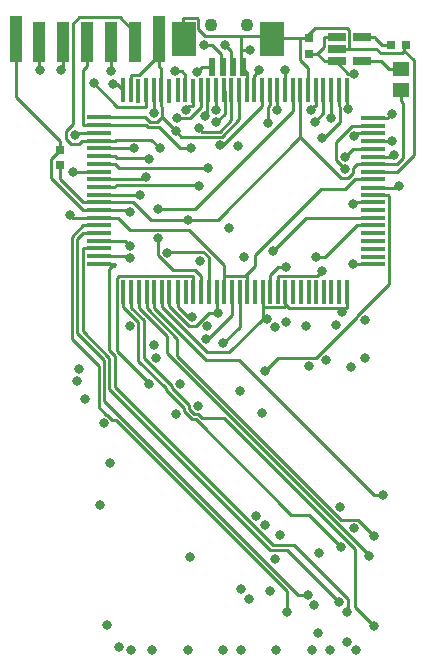
<source format=gbr>
%TF.GenerationSoftware,KiCad,Pcbnew,(6.0.2)*%
%TF.CreationDate,2022-09-17T11:41:15-05:00*%
%TF.ProjectId,REF2160,52454632-3136-4302-9e6b-696361645f70,rev?*%
%TF.SameCoordinates,Original*%
%TF.FileFunction,Copper,L4,Bot*%
%TF.FilePolarity,Positive*%
%FSLAX46Y46*%
G04 Gerber Fmt 4.6, Leading zero omitted, Abs format (unit mm)*
G04 Created by KiCad (PCBNEW (6.0.2)) date 2022-09-17 11:41:15*
%MOMM*%
%LPD*%
G01*
G04 APERTURE LIST*
%TA.AperFunction,SMDPad,CuDef*%
%ADD10R,0.350000X2.000000*%
%TD*%
%TA.AperFunction,SMDPad,CuDef*%
%ADD11R,2.000000X0.350000*%
%TD*%
%TA.AperFunction,SMDPad,CuDef*%
%ADD12R,1.000000X4.000000*%
%TD*%
%TA.AperFunction,SMDPad,CuDef*%
%ADD13R,1.000000X3.500000*%
%TD*%
%TA.AperFunction,SMDPad,CuDef*%
%ADD14R,1.500000X0.800000*%
%TD*%
%TA.AperFunction,SMDPad,CuDef*%
%ADD15R,1.450000X1.150000*%
%TD*%
%TA.AperFunction,ComponentPad*%
%ADD16C,1.100000*%
%TD*%
%TA.AperFunction,SMDPad,CuDef*%
%ADD17R,0.550000X1.630000*%
%TD*%
%TA.AperFunction,SMDPad,CuDef*%
%ADD18R,2.000000X3.000000*%
%TD*%
%TA.AperFunction,SMDPad,CuDef*%
%ADD19R,0.800000X0.800000*%
%TD*%
%TA.AperFunction,ViaPad*%
%ADD20C,0.800000*%
%TD*%
%TA.AperFunction,Conductor*%
%ADD21C,0.250000*%
%TD*%
G04 APERTURE END LIST*
D10*
%TO.P,U5,1,I/O*%
%TO.N,/GND*%
X161629000Y-94392000D03*
%TO.P,U5,2,I/O*%
%TO.N,unconnected-(U5-Pad2)*%
X160954000Y-94392000D03*
%TO.P,U5,3,I/O*%
%TO.N,unconnected-(U5-Pad3)*%
X160276000Y-94392000D03*
%TO.P,U5,4,I/O*%
%TO.N,unconnected-(U5-Pad4)*%
X159643000Y-94392000D03*
%TO.P,U5,5,I/O*%
%TO.N,unconnected-(U5-Pad5)*%
X158968000Y-94392000D03*
%TO.P,U5,6,I/O*%
%TO.N,unconnected-(U5-Pad6)*%
X158373000Y-94392000D03*
%TO.P,U5,7,I/O*%
%TO.N,unconnected-(U5-Pad7)*%
X157697000Y-94393000D03*
%TO.P,U5,8,I/O*%
%TO.N,unconnected-(U5-Pad8)*%
X157020000Y-94393000D03*
%TO.P,U5,9,I/O*%
%TO.N,/GND*%
X156350000Y-94389000D03*
%TO.P,U5,10,I/O*%
%TO.N,/Cart.CS1*%
X155713000Y-94389000D03*
%TO.P,U5,11,I/O*%
%TO.N,/Cart.CS2*%
X155078000Y-94390000D03*
%TO.P,U5,12,I/O*%
%TO.N,/GND*%
X154444000Y-94388000D03*
%TO.P,U5,13,I/O*%
%TO.N,unconnected-(U5-Pad13)*%
X153768000Y-94388000D03*
%TO.P,U5,14,I/O*%
%TO.N,/XC.Vout*%
X153133000Y-94392000D03*
%TO.P,U5,15,I/O*%
%TO.N,/PIC.RC6*%
X152498000Y-94387000D03*
%TO.P,U5,16,I/O*%
%TO.N,/PIC.RC7*%
X151821000Y-94390000D03*
%TO.P,U5,17,I/O*%
%TO.N,/XC.Vout*%
X151191000Y-94390000D03*
%TO.P,U5,18,I/O*%
%TO.N,/VCC*%
X150555000Y-94389000D03*
%TO.P,U5,19,I/O*%
%TO.N,/PIC.RB6*%
X149881000Y-94390000D03*
%TO.P,U5,20,I/O*%
%TO.N,/PIC.RB4*%
X149243000Y-94390000D03*
%TO.P,U5,21,I/O*%
%TO.N,/PIC.RC2*%
X148571000Y-94390000D03*
%TO.P,U5,22,I/O*%
%TO.N,unconnected-(U5-Pad22)*%
X147936000Y-94391000D03*
%TO.P,U5,23,I/O*%
%TO.N,/PIC.CLKOUT*%
X147300000Y-94392000D03*
%TO.P,U5,24,I/O*%
%TO.N,/VCC*%
X146545000Y-94389000D03*
%TO.P,U5,25,I/O*%
%TO.N,/GND*%
X145912000Y-94389000D03*
%TO.P,U5,26,I/O*%
%TO.N,/Eon.A1*%
X145271000Y-94392000D03*
%TO.P,U5,27,I/O*%
%TO.N,/Eon.A2*%
X144640000Y-94392000D03*
%TO.P,U5,28,I/O*%
%TO.N,/Eon.A3*%
X143967000Y-94388000D03*
%TO.P,U5,29,I/O*%
%TO.N,/Eon.A4*%
X143332000Y-94391000D03*
%TO.P,U5,30,I/O*%
%TO.N,/Eon.A5*%
X142656000Y-94391000D03*
D11*
%TO.P,U5,31,I/O*%
%TO.N,/Eon.A6*%
X140591000Y-92049000D03*
%TO.P,U5,32,I/O*%
%TO.N,/Eon.A7*%
X140594000Y-91414000D03*
%TO.P,U5,33,I/O*%
%TO.N,/Eon.A17*%
X140593000Y-90739000D03*
%TO.P,U5,34,I/O*%
%TO.N,/Eon.A18*%
X140591000Y-90104000D03*
%TO.P,U5,35,I/O*%
%TO.N,/Eon.WE*%
X140593000Y-89430000D03*
%TO.P,U5,36,I/O*%
%TO.N,/Eon.A19*%
X140592000Y-88755000D03*
%TO.P,U5,37,I/O*%
%TO.N,/XC.Vout*%
X140592000Y-88124000D03*
%TO.P,U5,38,I/O*%
%TO.N,/GND*%
X140590000Y-87486000D03*
%TO.P,U5,39,I/O*%
%TO.N,/VCC*%
X140590000Y-86810000D03*
%TO.P,U5,40,I/O*%
%TO.N,/Eon.A8*%
X140592000Y-86177000D03*
%TO.P,U5,41,I/O*%
%TO.N,/Eon.A9*%
X140592000Y-85541000D03*
%TO.P,U5,42,I/O*%
%TO.N,/Eon.A10*%
X140590000Y-84867000D03*
%TO.P,U5,43,I/O*%
%TO.N,/Eon.A11*%
X140592000Y-84232000D03*
%TO.P,U5,44,I/O*%
%TO.N,/Eon.A12*%
X140592000Y-83557000D03*
%TO.P,U5,45,I/O*%
%TO.N,/Eon.A13*%
X140593000Y-82922000D03*
%TO.P,U5,46,I/O*%
%TO.N,/Eon.A14*%
X140593000Y-82246000D03*
%TO.P,U5,47,I/O*%
%TO.N,/PIC.RC0*%
X140592000Y-81610000D03*
%TO.P,U5,48,I/O*%
%TO.N,/PIC.RC1*%
X140590000Y-80934000D03*
%TO.P,U5,49,I/O*%
%TO.N,/PIC.RC3*%
X140593000Y-80301000D03*
%TO.P,U5,50,I/O*%
%TO.N,/VCC*%
X140594000Y-79625000D03*
D10*
%TO.P,U5,51,I/O*%
%TO.N,/GND*%
X142616000Y-77363000D03*
%TO.P,U5,52,I/O*%
%TO.N,/VCC*%
X143294000Y-77365000D03*
%TO.P,U5,53,I/O*%
%TO.N,unconnected-(U5-Pad53)*%
X143929000Y-77369000D03*
%TO.P,U5,54,I/O*%
%TO.N,/PIC.RC4*%
X144602000Y-77364000D03*
%TO.P,U5,55,I/O*%
%TO.N,/PIC.RC5*%
X145239000Y-77363000D03*
%TO.P,U5,56,I/O*%
%TO.N,/VCC*%
X145871000Y-77365000D03*
%TO.P,U5,57,I/O*%
%TO.N,unconnected-(U5-Pad57)*%
X146507000Y-77368000D03*
%TO.P,U5,58,I/O*%
%TO.N,unconnected-(U5-Pad58)*%
X147259000Y-77364000D03*
%TO.P,U5,59,I/O*%
%TO.N,/CLK*%
X147894000Y-77365000D03*
%TO.P,U5,60,I/O*%
%TO.N,/Sys.CS1*%
X148534000Y-77368000D03*
%TO.P,U5,61,I/O*%
%TO.N,/Sys.Reset*%
X149203000Y-77364000D03*
%TO.P,U5,62,I/O*%
%TO.N,/Sys.CS2*%
X149839000Y-77364000D03*
%TO.P,U5,63,I/O*%
%TO.N,/D0*%
X150517000Y-77364000D03*
%TO.P,U5,64,I/O*%
%TO.N,/D1*%
X151149000Y-77361000D03*
%TO.P,U5,65,I/O*%
%TO.N,/D2*%
X151785000Y-77366000D03*
%TO.P,U5,66,I/O*%
%TO.N,/VCC*%
X152461000Y-77363000D03*
%TO.P,U5,67,I/O*%
%TO.N,/GND*%
X153095000Y-77364000D03*
%TO.P,U5,68,I/O*%
%TO.N,/XC.Vout*%
X153730000Y-77366000D03*
%TO.P,U5,69,I/O*%
%TO.N,/D3*%
X154406000Y-77364000D03*
%TO.P,U5,70,I/O*%
%TO.N,/D4*%
X155036000Y-77365000D03*
%TO.P,U5,71,I/O*%
%TO.N,/D5*%
X155677000Y-77363000D03*
%TO.P,U5,72,I/O*%
%TO.N,/D6*%
X156310000Y-77363000D03*
%TO.P,U5,73,I/O*%
%TO.N,/D7*%
X156987000Y-77362000D03*
%TO.P,U5,74,I/O*%
%TO.N,/VCC*%
X157656000Y-77362000D03*
%TO.P,U5,75,I/O*%
%TO.N,/GND*%
X158331000Y-77363000D03*
%TO.P,U5,76,I/O*%
%TO.N,/Eon.DQ7*%
X158929000Y-77363000D03*
%TO.P,U5,77,I/O*%
%TO.N,/Eon.DQ6*%
X159602000Y-77366000D03*
%TO.P,U5,78,I/O*%
%TO.N,/Eon.DQ5*%
X160239000Y-77366000D03*
%TO.P,U5,79,I/O*%
%TO.N,/Eon.DQ4*%
X160912000Y-77361000D03*
%TO.P,U5,80,I/O*%
%TO.N,/Eon.DQ3*%
X161587000Y-77366000D03*
D11*
%TO.P,U5,81,I/O*%
%TO.N,/Eon.DQ2*%
X163770000Y-79669000D03*
%TO.P,U5,82,I/O*%
%TO.N,/Eon.DQ1*%
X163770000Y-80340000D03*
%TO.P,U5,83,I/O*%
%TO.N,/Eon.DQ0*%
X163769000Y-80974000D03*
%TO.P,U5,84,I/O*%
%TO.N,/Eon.OE*%
X163771000Y-81648000D03*
%TO.P,U5,85,I/O*%
%TO.N,/Eon.CE*%
X163770000Y-82288000D03*
%TO.P,U5,86,I/O*%
%TO.N,/Eon.A0*%
X163773000Y-82959000D03*
%TO.P,U5,87,I/O*%
%TO.N,/VCC*%
X163773000Y-83594000D03*
%TO.P,U5,88,I/O*%
%TO.N,/GND*%
X163770000Y-84270000D03*
%TO.P,U5,89,I/O*%
%TO.N,/XC.Vout*%
X163774000Y-84901000D03*
%TO.P,U5,90,I/O*%
%TO.N,/Eon.A-1*%
X163774000Y-85581000D03*
%TO.P,U5,91,I/O*%
%TO.N,/Eon.A16*%
X163770000Y-86217000D03*
%TO.P,U5,92,I/O*%
%TO.N,/Eon.A15*%
X163770000Y-86850000D03*
%TO.P,U5,93,I/O*%
%TO.N,unconnected-(U5-Pad93)*%
X163771000Y-87524000D03*
%TO.P,U5,94,I/O*%
%TO.N,/IRQ*%
X163771000Y-88160000D03*
%TO.P,U5,95,I/O*%
%TO.N,/Cart.Reset*%
X163769000Y-88795000D03*
%TO.P,U5,96,I/O*%
%TO.N,unconnected-(U5-Pad96)*%
X163771000Y-89468000D03*
%TO.P,U5,97,I/O*%
%TO.N,unconnected-(U5-Pad97)*%
X163770000Y-90140000D03*
%TO.P,U5,98,I/O*%
%TO.N,unconnected-(U5-Pad98)*%
X163774000Y-90778000D03*
%TO.P,U5,99,I/O*%
%TO.N,unconnected-(U5-Pad99)*%
X163770000Y-91453000D03*
%TO.P,U5,100,I/O*%
%TO.N,/Eon.A20*%
X163770000Y-92089000D03*
%TD*%
D12*
%TO.P,J2,1,Pin_1*%
%TO.N,/VCC*%
X145643000Y-73003000D03*
D13*
%TO.P,J2,2,Pin_2*%
%TO.N,/PIC.RC0*%
X143651000Y-73233000D03*
%TO.P,J2,3,Pin_3*%
%TO.N,/PIC.RC1*%
X141628000Y-73243000D03*
%TO.P,J2,4,Pin_4*%
%TO.N,/PIC.RC3*%
X139603000Y-73238000D03*
%TO.P,J2,5,Pin_5*%
%TO.N,/PIC.RC4*%
X137583000Y-73227000D03*
%TO.P,J2,6,Pin_6*%
%TO.N,/PIC.RC5*%
X135556000Y-73235000D03*
D12*
%TO.P,J2,7,Pin_7*%
%TO.N,/GND*%
X133574000Y-73001000D03*
%TD*%
D14*
%TO.P,U7,1,IN*%
%TO.N,/USB.VCC*%
X160711000Y-74900000D03*
%TO.P,U7,2,GND*%
%TO.N,/GND*%
X160712000Y-73866000D03*
%TO.P,U7,3,EN*%
%TO.N,/USB.VCC*%
X160711000Y-72834000D03*
%TO.P,U7,4,N/C*%
%TO.N,/Weird.Cap*%
X162895000Y-72836000D03*
%TO.P,U7,5,OUT*%
%TO.N,/TLV.Vout*%
X162894000Y-74899000D03*
%TD*%
D15*
%TO.P,L1,1*%
%TO.N,/VCC*%
X166190000Y-77361000D03*
%TO.P,L1,2*%
%TO.N,/TLV.Vout*%
X166189000Y-75575000D03*
%TD*%
D16*
%TO.P,J3,5*%
%TO.N,N/C*%
X153106000Y-71823000D03*
X150043835Y-71820600D03*
D17*
%TO.P,J3,4,Pin_4*%
%TO.N,/USB.VCC*%
X150201000Y-75389000D03*
%TO.P,J3,3,Pin_3*%
%TO.N,/USB.D-*%
X151075000Y-75390000D03*
%TO.P,J3,2,Pin_2*%
%TO.N,/USB.D+*%
X151945000Y-75390000D03*
%TO.P,J3,1,Pin_1*%
%TO.N,/GND*%
X152779000Y-75385000D03*
D18*
X155242000Y-73047000D03*
X147818000Y-73045000D03*
%TD*%
D19*
%TO.P,C6,1*%
%TO.N,/VCC*%
X137296000Y-83709000D03*
%TO.P,C6,2*%
%TO.N,/GND*%
X137297000Y-82400000D03*
%TD*%
%TO.P,C7,1*%
%TO.N,/USB.VCC*%
X158371500Y-74261500D03*
%TO.P,C7,2*%
%TO.N,/GND*%
X158372500Y-72952500D03*
%TD*%
%TO.P,C8,1*%
%TO.N,/GND*%
X166610000Y-73510000D03*
%TO.P,C8,2*%
%TO.N,/Weird.Cap*%
X165301000Y-73509000D03*
%TD*%
D20*
%TO.N,/USB.VCC*%
X162219900Y-75937900D03*
X148927300Y-75761300D03*
%TO.N,/USB.D-*%
X139444600Y-103485400D03*
X149520100Y-73494900D03*
%TO.N,/USB.D+*%
X151277100Y-73524600D03*
X141000000Y-105546000D03*
%TO.N,/GND*%
X162382600Y-124749800D03*
X161194900Y-96118700D03*
X154804300Y-96675200D03*
X143215000Y-87624500D03*
X141804500Y-76831700D03*
X153411100Y-73948500D03*
%TO.N,/PIC.RC0*%
X147080000Y-104770800D03*
X145745000Y-82225900D03*
%TO.N,/PIC.RC1*%
X138867000Y-100933200D03*
X138540200Y-81136200D03*
X141628000Y-75710900D03*
%TO.N,/PIC.RC2*%
X144819800Y-102175100D03*
%TO.N,/PIC.RB4*%
X145264700Y-98918000D03*
X145565400Y-89868400D03*
%TO.N,/PIC.RB6*%
X146394600Y-91090500D03*
X145412400Y-100046400D03*
%TO.N,/PIC.RC7*%
X149630200Y-98364900D03*
%TO.N,/PIC.RC6*%
X151119800Y-98773700D03*
%TO.N,/PIC.RC3*%
X149777800Y-97334000D03*
X148404600Y-82221200D03*
%TO.N,/PIC.RC4*%
X140160300Y-76743300D03*
X152528500Y-102839100D03*
X137386700Y-75590600D03*
%TO.N,/PIC.RC5*%
X148970100Y-104046300D03*
X145236500Y-79309000D03*
X135611300Y-75627300D03*
%TO.N,/PIC.CLKOUT*%
X148487900Y-96572700D03*
%TO.N,/VCC*%
X150660100Y-96165100D03*
X147097300Y-80826400D03*
X148171500Y-88331100D03*
X140657500Y-112419900D03*
X148333300Y-116858400D03*
X158800000Y-120900000D03*
%TO.N,/IRQ*%
X148133000Y-124752500D03*
X155300200Y-90951100D03*
%TO.N,/CLK*%
X147070600Y-75756300D03*
X141296700Y-122663100D03*
%TO.N,/Sys.CS1*%
X147924600Y-78993100D03*
X143266100Y-124748200D03*
%TO.N,/Sys.Reset*%
X147177900Y-79727800D03*
X145071000Y-124758800D03*
%TO.N,/Sys.CS2*%
X142259400Y-124521300D03*
X149610200Y-79537600D03*
%TO.N,/D0*%
X151057000Y-124740800D03*
X150524200Y-78989500D03*
%TO.N,/D1*%
X152889000Y-91480700D03*
X152620000Y-124716700D03*
X150542300Y-80060400D03*
%TO.N,/D2*%
X149043400Y-80552200D03*
X149130400Y-91767700D03*
%TO.N,/D3*%
X155602000Y-124754500D03*
X150812500Y-82016900D03*
X147469700Y-102226200D03*
%TO.N,/D4*%
X152347600Y-82054200D03*
X159152500Y-123328600D03*
X154867300Y-80159200D03*
%TO.N,/D5*%
X155689700Y-78984900D03*
X158600000Y-124733000D03*
%TO.N,/D6*%
X160115000Y-124761700D03*
X156310000Y-75656200D03*
X138754400Y-101933400D03*
%TO.N,/D7*%
X143215000Y-97304100D03*
X145565500Y-87395400D03*
X161630000Y-124061300D03*
%TO.N,/Cart.CS2*%
X156427000Y-92295200D03*
%TO.N,/Cart.Reset*%
X158991300Y-91488400D03*
%TO.N,/Cart.CS1*%
X159448000Y-92639600D03*
%TO.N,/XC.Vout*%
X141530000Y-108923800D03*
X138170400Y-87890800D03*
X154157700Y-75656000D03*
%TO.N,/Eon.A1*%
X164661000Y-111594600D03*
%TO.N,/Eon.A2*%
X163911100Y-115116100D03*
%TO.N,/Eon.A3*%
X163434900Y-116819600D03*
%TO.N,/Eon.A4*%
X163903000Y-122682300D03*
%TO.N,/Eon.A5*%
X161121900Y-116040600D03*
%TO.N,/Eon.A6*%
X161590000Y-121500000D03*
%TO.N,/Eon.A7*%
X162218100Y-114448600D03*
X143215000Y-91540600D03*
%TO.N,/Eon.A17*%
X160910101Y-120689899D03*
%TO.N,/Eon.A18*%
X161016700Y-112610700D03*
X143215000Y-90540400D03*
%TO.N,/Eon.WE*%
X158252857Y-120063555D03*
%TO.N,/Eon.A19*%
X156500000Y-121500000D03*
%TO.N,/Eon.A8*%
X153316600Y-120410900D03*
X144043000Y-86177000D03*
%TO.N,/Eon.A9*%
X155884000Y-115002200D03*
X149038800Y-85463400D03*
X151563700Y-89036600D03*
%TO.N,/Eon.A10*%
X155501800Y-116999800D03*
X144599100Y-84666500D03*
%TO.N,/Eon.A11*%
X138407900Y-84232000D03*
X155037500Y-119729800D03*
%TO.N,/Eon.A12*%
X154661000Y-114171400D03*
X149785000Y-83941300D03*
%TO.N,/Eon.A13*%
X144812900Y-83183600D03*
X153918000Y-113384900D03*
%TO.N,/Eon.A14*%
X152591500Y-119553100D03*
X143570500Y-82246000D03*
%TO.N,/Eon.DQ7*%
X155472700Y-97421200D03*
X158519700Y-78981000D03*
%TO.N,/Eon.DQ6*%
X156440500Y-96974400D03*
X158880300Y-79994200D03*
%TO.N,/Eon.DQ5*%
X160239000Y-79676900D03*
X158411700Y-100729700D03*
%TO.N,/Eon.DQ4*%
X159503600Y-81390300D03*
X158161000Y-97332000D03*
%TO.N,/Eon.DQ3*%
X161718500Y-78969100D03*
X159827100Y-100216100D03*
%TO.N,/Eon.DQ2*%
X165376500Y-79332000D03*
X161911000Y-100777200D03*
%TO.N,/Eon.DQ1*%
X160657000Y-97248500D03*
X161393400Y-84014200D03*
%TO.N,/Eon.DQ0*%
X162163100Y-81240800D03*
X163132800Y-96761600D03*
%TO.N,/Eon.OE*%
X163161000Y-100045500D03*
X165371300Y-81648000D03*
%TO.N,/Eon.CE*%
X161425700Y-83005000D03*
%TO.N,/Eon.A0*%
X165596400Y-82809300D03*
%TO.N,/Eon.A-1*%
X165975100Y-85471800D03*
%TO.N,/Eon.A16*%
X154676000Y-101122000D03*
%TO.N,/Eon.A15*%
X154422900Y-104692100D03*
X162137300Y-86937900D03*
%TO.N,/Eon.A20*%
X159241100Y-116493900D03*
X162109600Y-92089000D03*
%TD*%
D21*
%TO.N,/USB.VCC*%
X159635900Y-74900000D02*
X159635900Y-74800800D01*
X159096600Y-74261500D02*
X159635900Y-73722200D01*
X159635900Y-73722200D02*
X159635900Y-72834000D01*
X150055000Y-75377200D02*
X149311400Y-75377200D01*
X159635900Y-74800800D02*
X159096600Y-74261500D01*
X160286500Y-74900000D02*
X160626300Y-74900000D01*
X149311400Y-75377200D02*
X148927300Y-75761300D01*
X161664200Y-75937900D02*
X162219900Y-75937900D01*
X160286500Y-74900000D02*
X159635900Y-74900000D01*
X160626300Y-74900000D02*
X161664200Y-75937900D01*
X160711000Y-74900000D02*
X160626300Y-74900000D01*
X158371500Y-74261500D02*
X159096600Y-74261500D01*
X160711000Y-72834000D02*
X159635900Y-72834000D01*
%TO.N,/USB.D-*%
X150929000Y-74238100D02*
X150185800Y-73494900D01*
X150929000Y-75378200D02*
X150929000Y-74238100D01*
X150185800Y-73494900D02*
X149520100Y-73494900D01*
%TO.N,/USB.D+*%
X151799000Y-75378200D02*
X151799000Y-74046500D01*
X151799000Y-74046500D02*
X151277100Y-73524600D01*
%TO.N,/GND*%
X167240200Y-82827600D02*
X167240200Y-74790600D01*
X161635100Y-72108800D02*
X161787100Y-72260800D01*
X154444000Y-95713100D02*
X154463600Y-95732700D01*
X154463600Y-95732700D02*
X154463600Y-96675200D01*
X154444000Y-94388000D02*
X154444000Y-95713100D01*
X133574000Y-75326100D02*
X133574000Y-77951900D01*
X157636200Y-72952500D02*
X157636200Y-74803900D01*
X165095100Y-84270000D02*
X165797800Y-84270000D01*
X152633000Y-72748200D02*
X152633000Y-73948500D01*
X166458600Y-73661400D02*
X166610000Y-73510000D01*
X148876800Y-71208100D02*
X147672000Y-71208100D01*
X136570800Y-84806900D02*
X139249900Y-87486000D01*
X142084700Y-76831700D02*
X141804500Y-76831700D01*
X166458600Y-74009000D02*
X166458600Y-73661400D01*
X156350000Y-95406000D02*
X156350000Y-95411200D01*
X155096000Y-72748200D02*
X152633000Y-72748200D01*
X157636200Y-72952500D02*
X158010000Y-72952500D01*
X156350000Y-95411200D02*
X156350000Y-95714100D01*
X156331400Y-95732700D02*
X156350000Y-95714100D01*
X160712000Y-73866000D02*
X161787100Y-73866000D01*
X145912000Y-94389000D02*
X145912000Y-95714100D01*
X137297000Y-82400000D02*
X136570800Y-83126200D01*
X156350000Y-94389000D02*
X156350000Y-95406000D01*
X152633000Y-73948500D02*
X153411100Y-73948500D01*
X137297000Y-82400000D02*
X137297000Y-81674900D01*
X158853700Y-72108800D02*
X161635100Y-72108800D01*
X163770000Y-84270000D02*
X165095100Y-84270000D01*
X166233400Y-74234200D02*
X164434800Y-74234200D01*
X151630900Y-99507900D02*
X149705800Y-99507900D01*
X155096000Y-73035200D02*
X155096000Y-72891700D01*
X157575400Y-72891700D02*
X157636200Y-72952500D01*
X149574600Y-72748200D02*
X148997100Y-72170700D01*
X165797800Y-84270000D02*
X167240200Y-82827600D01*
X140590000Y-87486000D02*
X143076500Y-87486000D01*
X133574000Y-73001000D02*
X133574000Y-75326100D01*
X158331000Y-75498700D02*
X158331000Y-77363000D01*
X164434800Y-74234200D02*
X164066600Y-73866000D01*
X153095000Y-75835200D02*
X153095000Y-77364000D01*
X152633000Y-73948500D02*
X152633000Y-75373200D01*
X147672000Y-73033200D02*
X147672000Y-71208100D01*
X139249900Y-87486000D02*
X140590000Y-87486000D01*
X148997100Y-72170700D02*
X148997100Y-71328400D01*
X136570800Y-83126200D02*
X136570800Y-84806900D01*
X161787100Y-72260800D02*
X161787100Y-73866000D01*
X152633000Y-75373200D02*
X153095000Y-75835200D01*
X157636200Y-74803900D02*
X158331000Y-75498700D01*
X155096000Y-72891700D02*
X157575400Y-72891700D01*
X164066600Y-73866000D02*
X161787100Y-73866000D01*
X161559900Y-95786200D02*
X161629000Y-95717100D01*
X143076500Y-87486000D02*
X143215000Y-87624500D01*
X161194900Y-95786200D02*
X161559900Y-95786200D01*
X161629000Y-94392000D02*
X161629000Y-95717100D01*
X156725000Y-95786200D02*
X161194900Y-95786200D01*
X152633000Y-72748200D02*
X149574600Y-72748200D01*
X148997100Y-71328400D02*
X148876800Y-71208100D01*
X158372500Y-72952500D02*
X158010000Y-72952500D01*
X154463600Y-95732700D02*
X156331400Y-95732700D01*
X158010000Y-72952500D02*
X158853700Y-72108800D01*
X133574000Y-77951900D02*
X137297000Y-81674900D01*
X166458600Y-74009000D02*
X166233400Y-74234200D01*
X167240200Y-74790600D02*
X166458600Y-74009000D01*
X161194900Y-95786200D02*
X161194900Y-96118700D01*
X142616000Y-77363000D02*
X142084700Y-76831700D01*
X156350000Y-95411200D02*
X156725000Y-95786200D01*
X154463600Y-96675200D02*
X154804300Y-96675200D01*
X149705800Y-99507900D02*
X145912000Y-95714100D01*
X155096000Y-72891700D02*
X155096000Y-72748200D01*
X154463600Y-96675200D02*
X151630900Y-99507900D01*
%TO.N,/PIC.RC0*%
X143651000Y-73233000D02*
X143651000Y-72469700D01*
X143651000Y-72469700D02*
X142344100Y-71162800D01*
X138946900Y-81861300D02*
X139198200Y-81610000D01*
X139198200Y-81610000D02*
X140592000Y-81610000D01*
X138408200Y-80242800D02*
X137815100Y-80835900D01*
X142344100Y-71162800D02*
X138941000Y-71162800D01*
X145039900Y-81520800D02*
X145745000Y-82225900D01*
X138941000Y-71162800D02*
X138408200Y-71695600D01*
X137815100Y-80835900D02*
X137815100Y-81436500D01*
X141917100Y-81610000D02*
X142006300Y-81520800D01*
X140592000Y-81610000D02*
X141917100Y-81610000D01*
X138408200Y-71695600D02*
X138408200Y-80242800D01*
X142006300Y-81520800D02*
X145039900Y-81520800D01*
X138239900Y-81861300D02*
X138946900Y-81861300D01*
X137815100Y-81436500D02*
X138239900Y-81861300D01*
%TO.N,/PIC.RC1*%
X140590000Y-80934000D02*
X139264900Y-80934000D01*
X141628000Y-73243000D02*
X141628000Y-75710900D01*
X139264900Y-80934000D02*
X138742400Y-80934000D01*
X138742400Y-80934000D02*
X138540200Y-81136200D01*
%TO.N,/PIC.RC2*%
X144819800Y-102175100D02*
X144819800Y-102090300D01*
X148571000Y-94390000D02*
X148571000Y-93064900D01*
X142128700Y-99399200D02*
X142128700Y-93213300D01*
X144819800Y-102090300D02*
X142128700Y-99399200D01*
X148564300Y-93058200D02*
X148571000Y-93064900D01*
X142283800Y-93058200D02*
X148564300Y-93058200D01*
X142128700Y-93213300D02*
X142283800Y-93058200D01*
%TO.N,/PIC.RB4*%
X145565400Y-91291800D02*
X145565400Y-89868400D01*
X146829600Y-92556000D02*
X145565400Y-91291800D01*
X148767500Y-92556000D02*
X146829600Y-92556000D01*
X149243000Y-94390000D02*
X149243000Y-93031500D01*
X149243000Y-93031500D02*
X148767500Y-92556000D01*
%TO.N,/PIC.RB6*%
X149881000Y-91492800D02*
X149403800Y-91015600D01*
X149881000Y-94390000D02*
X149881000Y-91492800D01*
X146469500Y-91015600D02*
X146394600Y-91090500D01*
X149403800Y-91015600D02*
X146469500Y-91015600D01*
%TO.N,/PIC.RC7*%
X151821000Y-94390000D02*
X151821000Y-96379700D01*
X149835800Y-98364900D02*
X149630200Y-98364900D01*
X151821000Y-96379700D02*
X149835800Y-98364900D01*
%TO.N,/PIC.RC6*%
X152498000Y-97395500D02*
X151119800Y-98773700D01*
X152498000Y-94387000D02*
X152498000Y-97395500D01*
%TO.N,/PIC.RC3*%
X139267900Y-75648200D02*
X139267900Y-80301000D01*
X140593000Y-80301000D02*
X139267900Y-80301000D01*
X145713800Y-80484200D02*
X147450800Y-82221200D01*
X144566500Y-80301000D02*
X144749700Y-80484200D01*
X144749700Y-80484200D02*
X145713800Y-80484200D01*
X147450800Y-82221200D02*
X148404600Y-82221200D01*
X140593000Y-80301000D02*
X144566500Y-80301000D01*
X139603000Y-75313100D02*
X139267900Y-75648200D01*
X139603000Y-73238000D02*
X139603000Y-75313100D01*
%TO.N,/PIC.RC4*%
X140160300Y-76743300D02*
X142139600Y-78722600D01*
X144568500Y-78722600D02*
X144602000Y-78689100D01*
X142139600Y-78722600D02*
X144568500Y-78722600D01*
X144602000Y-77364000D02*
X144602000Y-78689100D01*
X137583000Y-75394300D02*
X137583000Y-73227000D01*
X137386700Y-75590600D02*
X137583000Y-75394300D01*
%TO.N,/PIC.RC5*%
X145239000Y-77363000D02*
X145239000Y-78688100D01*
X135556000Y-73235000D02*
X135556000Y-75310100D01*
X145236500Y-78690600D02*
X145239000Y-78688100D01*
X135611300Y-75365400D02*
X135611300Y-75627300D01*
X145236500Y-79309000D02*
X145236500Y-78690600D01*
X135556000Y-75310100D02*
X135611300Y-75365400D01*
%TO.N,/PIC.CLKOUT*%
X148155600Y-96572700D02*
X148487900Y-96572700D01*
X147300000Y-94392000D02*
X147300000Y-95717100D01*
X147300000Y-95717100D02*
X148155600Y-96572700D01*
%TO.N,/VCC*%
X145643000Y-74165500D02*
X145643000Y-74404000D01*
X145871000Y-75556100D02*
X145643000Y-75328100D01*
X162118600Y-84336800D02*
X161666900Y-84788500D01*
X146545000Y-95655100D02*
X148193300Y-97303400D01*
X148193300Y-97303400D02*
X148783000Y-97303400D01*
X145536900Y-80034100D02*
X145921000Y-79650000D01*
X165837200Y-83594000D02*
X166321500Y-83109700D01*
X145921000Y-79650000D02*
X145961600Y-79609400D01*
X143294000Y-76702400D02*
X143294000Y-77365000D01*
X152461000Y-79820100D02*
X150989400Y-81291700D01*
X145961600Y-78780700D02*
X145871000Y-78690100D01*
X145643000Y-74404000D02*
X145643000Y-75328100D01*
X157656000Y-81317400D02*
X150642300Y-88331100D01*
X161666900Y-84788500D02*
X161127100Y-84788500D01*
X145643000Y-73003000D02*
X145643000Y-74165500D01*
X140594000Y-79625000D02*
X141919100Y-79625000D01*
X145961600Y-79609400D02*
X145961600Y-78780700D01*
X141919100Y-79625000D02*
X144527100Y-79625000D01*
X144527100Y-79625000D02*
X144936200Y-80034100D01*
X145871000Y-77365000D02*
X145871000Y-78690100D01*
X162447900Y-83594000D02*
X162118600Y-83923300D01*
X152461000Y-77363000D02*
X152461000Y-78688100D01*
X149921300Y-96165100D02*
X150555000Y-96165100D01*
X146545000Y-94389000D02*
X146545000Y-95655100D01*
X145871000Y-77365000D02*
X145871000Y-75556100D01*
X152461000Y-78688100D02*
X152461000Y-79820100D01*
X157656000Y-81317400D02*
X157656000Y-77362000D01*
X150555000Y-96165100D02*
X150555000Y-95714100D01*
X166321500Y-83109700D02*
X166321500Y-78392600D01*
X161127100Y-84788500D02*
X157656000Y-81317400D01*
X144988600Y-88331100D02*
X148171500Y-88331100D01*
X143467500Y-86810000D02*
X144988600Y-88331100D01*
X145643000Y-74404000D02*
X144007100Y-76039900D01*
X137296000Y-83709000D02*
X137296000Y-84434100D01*
X140590000Y-86810000D02*
X139264900Y-86810000D01*
X150555000Y-96165100D02*
X150660100Y-96165100D01*
X147562600Y-81291700D02*
X147097300Y-80826400D01*
X140590000Y-86810000D02*
X141915100Y-86810000D01*
X150989400Y-81291700D02*
X147562600Y-81291700D01*
X143294000Y-76702400D02*
X143294000Y-76039900D01*
X144936200Y-80034100D02*
X145536900Y-80034100D01*
X150642300Y-88331100D02*
X148171500Y-88331100D01*
X144007100Y-76039900D02*
X143294000Y-76039900D01*
X141915100Y-86810000D02*
X143467500Y-86810000D01*
X150555000Y-94389000D02*
X150555000Y-95714100D01*
X163773000Y-83594000D02*
X165098100Y-83594000D01*
X145921000Y-79650000D02*
X147097300Y-80826400D01*
X162118600Y-83923300D02*
X162118600Y-84336800D01*
X137296000Y-84434100D02*
X137296000Y-84841100D01*
X165098100Y-83594000D02*
X165837200Y-83594000D01*
X137296000Y-84841100D02*
X139264900Y-86810000D01*
X166321500Y-78392600D02*
X166190000Y-78261100D01*
X148783000Y-97303400D02*
X149921300Y-96165100D01*
X166190000Y-77361000D02*
X166190000Y-78261100D01*
X163773000Y-83594000D02*
X162447900Y-83594000D01*
%TO.N,/TLV.Vout*%
X164462900Y-74899000D02*
X162894000Y-74899000D01*
X166189000Y-75575000D02*
X165138900Y-75575000D01*
X165138900Y-75575000D02*
X164462900Y-74899000D01*
%TO.N,/Weird.Cap*%
X162895000Y-72836000D02*
X163970100Y-72836000D01*
X163970100Y-72903200D02*
X164575900Y-73509000D01*
X163970100Y-72836000D02*
X163970100Y-72903200D01*
X165301000Y-73509000D02*
X164575900Y-73509000D01*
%TO.N,/IRQ*%
X158091300Y-88160000D02*
X163771000Y-88160000D01*
X155300200Y-90951100D02*
X158091300Y-88160000D01*
%TO.N,/CLK*%
X147894000Y-77365000D02*
X147894000Y-76039900D01*
X147610400Y-75756300D02*
X147070600Y-75756300D01*
X147894000Y-76039900D02*
X147610400Y-75756300D01*
%TO.N,/Sys.CS1*%
X148534000Y-77368000D02*
X148534000Y-78693100D01*
X148534000Y-78693100D02*
X148224600Y-78693100D01*
X148224600Y-78693100D02*
X147924600Y-78993100D01*
%TO.N,/Sys.Reset*%
X148265500Y-79727800D02*
X147177900Y-79727800D01*
X149203000Y-77364000D02*
X149203000Y-78790300D01*
X149203000Y-78790300D02*
X148265500Y-79727800D01*
%TO.N,/Sys.CS2*%
X149703200Y-77499800D02*
X149703200Y-79444600D01*
X149703200Y-79444600D02*
X149610200Y-79537600D01*
X149839000Y-77364000D02*
X149703200Y-77499800D01*
%TO.N,/D0*%
X150517000Y-77364000D02*
X150517000Y-78689100D01*
X150517000Y-78689100D02*
X150517000Y-78982300D01*
X150517000Y-78982300D02*
X150524200Y-78989500D01*
%TO.N,/D1*%
X150542300Y-80060400D02*
X151284800Y-79317900D01*
X151284800Y-79317900D02*
X151284800Y-77496800D01*
X151284800Y-77496800D02*
X151149000Y-77361000D01*
%TO.N,/D2*%
X149332800Y-80841600D02*
X150802900Y-80841600D01*
X151785000Y-79859500D02*
X151785000Y-77366000D01*
X149043400Y-80552200D02*
X149332800Y-80841600D01*
X150802900Y-80841600D02*
X151785000Y-79859500D01*
%TO.N,/D3*%
X150812500Y-82016900D02*
X151078200Y-82016900D01*
X154406000Y-77364000D02*
X154406000Y-78689100D01*
X151078200Y-82016900D02*
X154406000Y-78689100D01*
%TO.N,/D4*%
X154867300Y-80159200D02*
X154867300Y-78756400D01*
X155036000Y-78587700D02*
X155036000Y-77365000D01*
X154867300Y-78756400D02*
X155036000Y-78587700D01*
%TO.N,/D5*%
X155677000Y-77363000D02*
X155677000Y-78972200D01*
X155677000Y-78972200D02*
X155689700Y-78984900D01*
%TO.N,/D6*%
X156310000Y-75656200D02*
X156310000Y-77363000D01*
%TO.N,/D7*%
X156987000Y-79125200D02*
X148716800Y-87395400D01*
X156987000Y-77362000D02*
X156987000Y-79125200D01*
X148716800Y-87395400D02*
X145565500Y-87395400D01*
%TO.N,/Cart.CS2*%
X155782900Y-92295200D02*
X156427000Y-92295200D01*
X155078000Y-93000100D02*
X155782900Y-92295200D01*
X155078000Y-94390000D02*
X155078000Y-93000100D01*
%TO.N,/Cart.Reset*%
X162443900Y-88795000D02*
X159750500Y-91488400D01*
X159750500Y-91488400D02*
X158991300Y-91488400D01*
X163769000Y-88795000D02*
X162443900Y-88795000D01*
%TO.N,/Cart.CS1*%
X155713000Y-94389000D02*
X155713000Y-93063900D01*
X155713000Y-93063900D02*
X159023700Y-93063900D01*
X159023700Y-93063900D02*
X159448000Y-92639600D01*
%TO.N,/XC.Vout*%
X153015300Y-93066900D02*
X153133000Y-93066900D01*
X143264800Y-89143300D02*
X142245500Y-88124000D01*
X151206300Y-93049600D02*
X152998000Y-93049600D01*
X151191000Y-93064900D02*
X151191000Y-92105300D01*
X152998000Y-93049600D02*
X153015300Y-93066900D01*
X161434800Y-85716800D02*
X162250600Y-84901000D01*
X138403600Y-88124000D02*
X138170400Y-87890800D01*
X151191000Y-92105300D02*
X148229000Y-89143300D01*
X153829800Y-92217800D02*
X153829800Y-91321500D01*
X148229000Y-89143300D02*
X143264800Y-89143300D01*
X153829800Y-91321500D02*
X159434500Y-85716800D01*
X153730000Y-76040900D02*
X153772800Y-76040900D01*
X153133000Y-94392000D02*
X153133000Y-93066900D01*
X159434500Y-85716800D02*
X161434800Y-85716800D01*
X152998000Y-93049600D02*
X153829800Y-92217800D01*
X142245500Y-88124000D02*
X140592000Y-88124000D01*
X151191000Y-93064900D02*
X151206300Y-93049600D01*
X151191000Y-94390000D02*
X151191000Y-93064900D01*
X162250600Y-84901000D02*
X163774000Y-84901000D01*
X140592000Y-88124000D02*
X138403600Y-88124000D01*
X153730000Y-77366000D02*
X153730000Y-76040900D01*
X153772800Y-76040900D02*
X154157700Y-75656000D01*
%TO.N,/Eon.A1*%
X149656900Y-100174000D02*
X152428500Y-100174000D01*
X152428500Y-100174000D02*
X163849100Y-111594600D01*
X145271000Y-95788100D02*
X149656900Y-100174000D01*
X145271000Y-94392000D02*
X145271000Y-95788100D01*
X163849100Y-111594600D02*
X164661000Y-111594600D01*
%TO.N,/Eon.A2*%
X147224500Y-98378300D02*
X144640000Y-95793800D01*
X163911100Y-115116100D02*
X162491800Y-113696800D01*
X144640000Y-94392000D02*
X144640000Y-95717100D01*
X144640000Y-95793800D02*
X144640000Y-95717100D01*
X162491800Y-113696800D02*
X161077200Y-113696800D01*
X147224500Y-99844100D02*
X147224500Y-98378300D01*
X161077200Y-113696800D02*
X147224500Y-99844100D01*
%TO.N,/Eon.A3*%
X143967000Y-94388000D02*
X143967000Y-95713100D01*
X163434900Y-116819600D02*
X163434900Y-116691200D01*
X143967000Y-95757400D02*
X143967000Y-95713100D01*
X146331200Y-98121600D02*
X143967000Y-95757400D01*
X163434900Y-116691200D02*
X146331200Y-99587500D01*
X146331200Y-99587500D02*
X146331200Y-98121600D01*
%TO.N,/Eon.A4*%
X146744600Y-102406800D02*
X146744600Y-102526500D01*
X146744600Y-102526500D02*
X148245000Y-104026900D01*
X143332000Y-95759100D02*
X144390200Y-96817300D01*
X151171700Y-105064500D02*
X162304500Y-116197300D01*
X148245000Y-104346600D02*
X148669800Y-104771400D01*
X143332000Y-94391000D02*
X143332000Y-95759100D01*
X149282600Y-105064500D02*
X151171700Y-105064500D01*
X148989500Y-104771400D02*
X149282600Y-105064500D01*
X148245000Y-104026900D02*
X148245000Y-104346600D01*
X162304500Y-121083800D02*
X163903000Y-122682300D01*
X162304500Y-116197300D02*
X162304500Y-121083800D01*
X148669800Y-104771400D02*
X148989500Y-104771400D01*
X144390200Y-96817300D02*
X144390200Y-100052400D01*
X144390200Y-100052400D02*
X146744600Y-102406800D01*
%TO.N,/Eon.A5*%
X146294500Y-102713000D02*
X147794900Y-104213400D01*
X156882600Y-113301100D02*
X158382400Y-113301100D01*
X143940100Y-100238900D02*
X146294500Y-102593300D01*
X147794900Y-104533100D02*
X148483300Y-105221500D01*
X148803000Y-105221500D02*
X156882600Y-113301100D01*
X142656000Y-95719700D02*
X143940100Y-97003800D01*
X142656000Y-95716100D02*
X142656000Y-95719700D01*
X146294500Y-102593300D02*
X146294500Y-102713000D01*
X148483300Y-105221500D02*
X148803000Y-105221500D01*
X147794900Y-104213400D02*
X147794900Y-104533100D01*
X143940100Y-97003800D02*
X143940100Y-100238900D01*
X158382400Y-113301100D02*
X161121900Y-116040600D01*
X142656000Y-94391000D02*
X142656000Y-95716100D01*
%TO.N,/Eon.A6*%
X141729600Y-92211100D02*
X141843000Y-92211100D01*
X141916100Y-102451900D02*
X141916100Y-99823200D01*
X155288800Y-115824600D02*
X141916100Y-102451900D01*
X161590000Y-121500000D02*
X161680000Y-121410000D01*
X141916100Y-92049000D02*
X140591000Y-92049000D01*
X141843000Y-92211100D02*
X141916100Y-92138000D01*
X141466000Y-92474700D02*
X141729600Y-92211100D01*
X161680000Y-120435200D02*
X157069400Y-115824600D01*
X157069400Y-115824600D02*
X155288800Y-115824600D01*
X141916100Y-99823200D02*
X141466000Y-99373100D01*
X161680000Y-121410000D02*
X161680000Y-120435200D01*
X141916100Y-92138000D02*
X141916100Y-92049000D01*
X141466000Y-99373100D02*
X141466000Y-92474700D01*
%TO.N,/Eon.A7*%
X141919100Y-91414000D02*
X143088400Y-91414000D01*
X140594000Y-91414000D02*
X141919100Y-91414000D01*
X143088400Y-91414000D02*
X143215000Y-91540600D01*
%TO.N,/Eon.A17*%
X141466000Y-102638400D02*
X141466000Y-100009700D01*
X139267900Y-90739000D02*
X140593000Y-90739000D01*
X139213400Y-90793500D02*
X139267900Y-90739000D01*
X139213400Y-97757100D02*
X139213400Y-90793500D01*
X160909199Y-120689899D02*
X156494000Y-116274700D01*
X156494000Y-116274700D02*
X155102300Y-116274700D01*
X155102300Y-116274700D02*
X141466000Y-102638400D01*
X160910101Y-120689899D02*
X160909199Y-120689899D01*
X141466000Y-100009700D02*
X139213400Y-97757100D01*
%TO.N,/Eon.A18*%
X142778600Y-90104000D02*
X143215000Y-90540400D01*
X140591000Y-90104000D02*
X142778600Y-90104000D01*
%TO.N,/Eon.WE*%
X141015900Y-100196300D02*
X138750100Y-97930500D01*
X141015900Y-103615900D02*
X141015900Y-100196300D01*
X139267900Y-89430000D02*
X140593000Y-89430000D01*
X157463555Y-120063555D02*
X141015900Y-103615900D01*
X138750100Y-89947800D02*
X139267900Y-89430000D01*
X138750100Y-97930500D02*
X138750100Y-89947800D01*
X158252857Y-120063555D02*
X157463555Y-120063555D01*
%TO.N,/Eon.A19*%
X139266900Y-88755000D02*
X140592000Y-88755000D01*
X140565800Y-104165800D02*
X140565800Y-100700900D01*
X156500000Y-121500000D02*
X156500000Y-119736396D01*
X142009299Y-105245695D02*
X141725000Y-105245695D01*
X141725000Y-105245695D02*
X141300305Y-104821000D01*
X156500000Y-119736396D02*
X142009299Y-105245695D01*
X138272200Y-98407300D02*
X138272200Y-89749700D01*
X140565800Y-100700900D02*
X138272200Y-98407300D01*
X138272200Y-89749700D02*
X139266900Y-88755000D01*
X141221000Y-104821000D02*
X140565800Y-104165800D01*
X141300305Y-104821000D02*
X141221000Y-104821000D01*
%TO.N,/Eon.A8*%
X140592000Y-86177000D02*
X144043000Y-86177000D01*
%TO.N,/Eon.A9*%
X148967000Y-85391600D02*
X149038800Y-85463400D01*
X142066500Y-85391600D02*
X148967000Y-85391600D01*
X141917100Y-85541000D02*
X142066500Y-85391600D01*
X140592000Y-85541000D02*
X141917100Y-85541000D01*
%TO.N,/Eon.A10*%
X140590000Y-84867000D02*
X144398600Y-84867000D01*
X144398600Y-84867000D02*
X144599100Y-84666500D01*
%TO.N,/Eon.A11*%
X140592000Y-84232000D02*
X138407900Y-84232000D01*
%TO.N,/Eon.A12*%
X142301400Y-83941300D02*
X149785000Y-83941300D01*
X140592000Y-83557000D02*
X141917100Y-83557000D01*
X141917100Y-83557000D02*
X142301400Y-83941300D01*
%TO.N,/Eon.A13*%
X140593000Y-82922000D02*
X141918100Y-82922000D01*
X141918100Y-82922000D02*
X142081800Y-83085700D01*
X142081800Y-83085700D02*
X144715000Y-83085700D01*
X144715000Y-83085700D02*
X144812900Y-83183600D01*
%TO.N,/Eon.A14*%
X143570500Y-82246000D02*
X140593000Y-82246000D01*
%TO.N,/Eon.DQ7*%
X158812600Y-78688100D02*
X158929000Y-78688100D01*
X158929000Y-77363000D02*
X158929000Y-78688100D01*
X158519700Y-78981000D02*
X158812600Y-78688100D01*
%TO.N,/Eon.DQ6*%
X159602000Y-79272500D02*
X158880300Y-79994200D01*
X159602000Y-77366000D02*
X159602000Y-79272500D01*
%TO.N,/Eon.DQ5*%
X160239000Y-79676900D02*
X160239000Y-77366000D01*
%TO.N,/Eon.DQ4*%
X160912000Y-77361000D02*
X160912000Y-78686100D01*
X160993300Y-78767400D02*
X160912000Y-78686100D01*
X159503600Y-81390300D02*
X159618100Y-81390300D01*
X160993300Y-80015100D02*
X160993300Y-78767400D01*
X159618100Y-81390300D02*
X160993300Y-80015100D01*
%TO.N,/Eon.DQ3*%
X161587000Y-77366000D02*
X161587000Y-78837600D01*
X161587000Y-78837600D02*
X161718500Y-78969100D01*
%TO.N,/Eon.DQ2*%
X165095100Y-79613400D02*
X165095100Y-79669000D01*
X165376500Y-79332000D02*
X165095100Y-79613400D01*
X163770000Y-79669000D02*
X165095100Y-79669000D01*
%TO.N,/Eon.DQ1*%
X162444900Y-80340000D02*
X162038500Y-80340000D01*
X160628400Y-83249200D02*
X161393400Y-84014200D01*
X162038500Y-80340000D02*
X160628400Y-81750100D01*
X160628400Y-81750100D02*
X160628400Y-83249200D01*
X163770000Y-80340000D02*
X162444900Y-80340000D01*
%TO.N,/Eon.DQ0*%
X162163100Y-81240800D02*
X162429900Y-80974000D01*
X162429900Y-80974000D02*
X163769000Y-80974000D01*
%TO.N,/Eon.OE*%
X163771000Y-81648000D02*
X165371300Y-81648000D01*
%TO.N,/Eon.CE*%
X163770000Y-82288000D02*
X162142700Y-82288000D01*
X162142700Y-82288000D02*
X161425700Y-83005000D01*
%TO.N,/Eon.A0*%
X165446700Y-82959000D02*
X165596400Y-82809300D01*
X163773000Y-82959000D02*
X165446700Y-82959000D01*
%TO.N,/Eon.A-1*%
X165975100Y-85471800D02*
X165865900Y-85581000D01*
X165865900Y-85581000D02*
X163774000Y-85581000D01*
%TO.N,/Eon.A16*%
X165095100Y-86217000D02*
X165159100Y-86281000D01*
X162407700Y-96567900D02*
X158971000Y-100004600D01*
X158971000Y-100004600D02*
X155793400Y-100004600D01*
X165159100Y-93709900D02*
X162407700Y-96461300D01*
X162407700Y-96461300D02*
X162407700Y-96567900D01*
X155793400Y-100004600D02*
X154676000Y-101122000D01*
X165159100Y-86281000D02*
X165159100Y-93709900D01*
X163770000Y-86217000D02*
X165095100Y-86217000D01*
%TO.N,/Eon.A15*%
X162225200Y-86850000D02*
X163770000Y-86850000D01*
X162137300Y-86937900D02*
X162225200Y-86850000D01*
%TO.N,/Eon.A20*%
X163770000Y-92089000D02*
X162109600Y-92089000D01*
%TD*%
M02*

</source>
